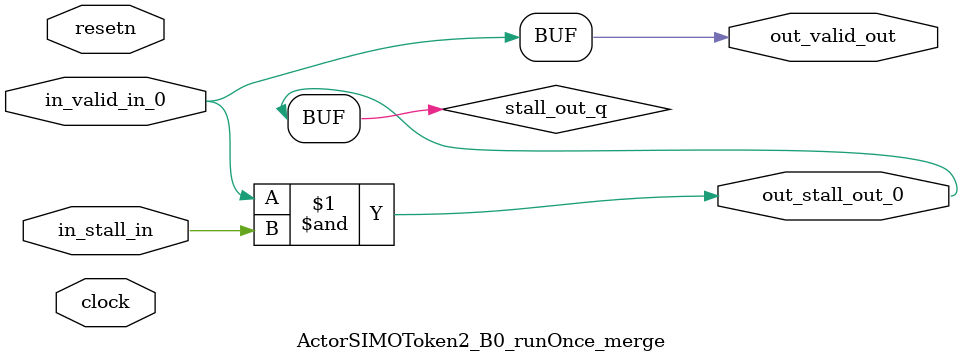
<source format=sv>



(* altera_attribute = "-name AUTO_SHIFT_REGISTER_RECOGNITION OFF; -name MESSAGE_DISABLE 10036; -name MESSAGE_DISABLE 10037; -name MESSAGE_DISABLE 14130; -name MESSAGE_DISABLE 14320; -name MESSAGE_DISABLE 15400; -name MESSAGE_DISABLE 14130; -name MESSAGE_DISABLE 10036; -name MESSAGE_DISABLE 12020; -name MESSAGE_DISABLE 12030; -name MESSAGE_DISABLE 12010; -name MESSAGE_DISABLE 12110; -name MESSAGE_DISABLE 14320; -name MESSAGE_DISABLE 13410; -name MESSAGE_DISABLE 113007; -name MESSAGE_DISABLE 10958" *)
module ActorSIMOToken2_B0_runOnce_merge (
    input wire [0:0] in_stall_in,
    input wire [0:0] in_valid_in_0,
    output wire [0:0] out_stall_out_0,
    output wire [0:0] out_valid_out,
    input wire clock,
    input wire resetn
    );

    wire [0:0] stall_out_q;


    // stall_out(LOGICAL,6)
    assign stall_out_q = in_valid_in_0 & in_stall_in;

    // out_stall_out_0(GPOUT,4)
    assign out_stall_out_0 = stall_out_q;

    // out_valid_out(GPOUT,5)
    assign out_valid_out = in_valid_in_0;

endmodule

</source>
